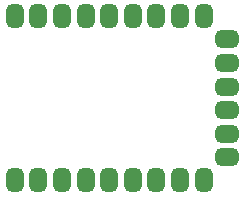
<source format=gbr>
%TF.GenerationSoftware,KiCad,Pcbnew,8.0.0-rc2-74-g5f063dd458*%
%TF.CreationDate,2024-01-29T02:33:14+02:00*%
%TF.ProjectId,SamoMCU,53616d6f-4d43-4552-9e6b-696361645f70,rev?*%
%TF.SameCoordinates,Original*%
%TF.FileFunction,Soldermask,Bot*%
%TF.FilePolarity,Negative*%
%FSLAX46Y46*%
G04 Gerber Fmt 4.6, Leading zero omitted, Abs format (unit mm)*
G04 Created by KiCad (PCBNEW 8.0.0-rc2-74-g5f063dd458) date 2024-01-29 02:33:14*
%MOMM*%
%LPD*%
G01*
G04 APERTURE LIST*
G04 Aperture macros list*
%AMRoundRect*
0 Rectangle with rounded corners*
0 $1 Rounding radius*
0 $2 $3 $4 $5 $6 $7 $8 $9 X,Y pos of 4 corners*
0 Add a 4 corners polygon primitive as box body*
4,1,4,$2,$3,$4,$5,$6,$7,$8,$9,$2,$3,0*
0 Add four circle primitives for the rounded corners*
1,1,$1+$1,$2,$3*
1,1,$1+$1,$4,$5*
1,1,$1+$1,$6,$7*
1,1,$1+$1,$8,$9*
0 Add four rect primitives between the rounded corners*
20,1,$1+$1,$2,$3,$4,$5,0*
20,1,$1+$1,$4,$5,$6,$7,0*
20,1,$1+$1,$6,$7,$8,$9,0*
20,1,$1+$1,$8,$9,$2,$3,0*%
G04 Aperture macros list end*
%ADD10RoundRect,0.500000X-0.500000X-0.250000X0.500000X-0.250000X0.500000X0.250000X-0.500000X0.250000X0*%
%ADD11RoundRect,0.500000X-0.250000X0.500000X-0.250000X-0.500000X0.250000X-0.500000X0.250000X0.500000X0*%
%ADD12RoundRect,0.500000X0.250000X-0.500000X0.250000X0.500000X-0.250000X0.500000X-0.250000X-0.500000X0*%
G04 APERTURE END LIST*
D10*
%TO.C,SWDIO1*%
X180250000Y-50550000D03*
%TD*%
D11*
%TO.C,AXAK1*%
X172300000Y-54500000D03*
%TD*%
D12*
%TO.C,KUYARAAK1*%
X174300000Y-40600000D03*
%TD*%
D11*
%TO.C,BUSY1*%
X168300000Y-54500000D03*
%TD*%
%TO.C,V_CHK1*%
X178300000Y-54500000D03*
%TD*%
D12*
%TO.C,VCC1*%
X170300000Y-40600000D03*
%TD*%
D10*
%TO.C,SWDCK1*%
X180250000Y-52550000D03*
%TD*%
D11*
%TO.C,RX1*%
X166300000Y-54500000D03*
%TD*%
D10*
%TO.C,SDA1*%
X180250000Y-44550000D03*
%TD*%
D12*
%TO.C,D/C1*%
X168300000Y-40600000D03*
%TD*%
%TO.C,RES2*%
X178300000Y-40600000D03*
%TD*%
%TO.C,SCK1*%
X162300000Y-40600000D03*
%TD*%
D11*
%TO.C,INT1*%
X174300000Y-54500000D03*
%TD*%
D12*
%TO.C,MOSI1*%
X164300000Y-40600000D03*
%TD*%
D11*
%TO.C,TX1*%
X164300000Y-54500000D03*
%TD*%
%TO.C,PIITH1*%
X170300000Y-54500000D03*
%TD*%
%TO.C,RES1*%
X162300000Y-54500000D03*
%TD*%
%TO.C,YIHTA1*%
X176300000Y-54500000D03*
%TD*%
D12*
%TO.C,RES_TC1*%
X176300000Y-40600000D03*
%TD*%
%TO.C,GND1*%
X172300000Y-40600000D03*
%TD*%
D10*
%TO.C,MCU_OK1*%
X180250000Y-48550000D03*
%TD*%
D12*
%TO.C,CS1*%
X166300000Y-40600000D03*
%TD*%
D10*
%TO.C,DATA1*%
X180250000Y-42550000D03*
%TD*%
%TO.C,SCL1*%
X180250000Y-46550000D03*
%TD*%
M02*

</source>
